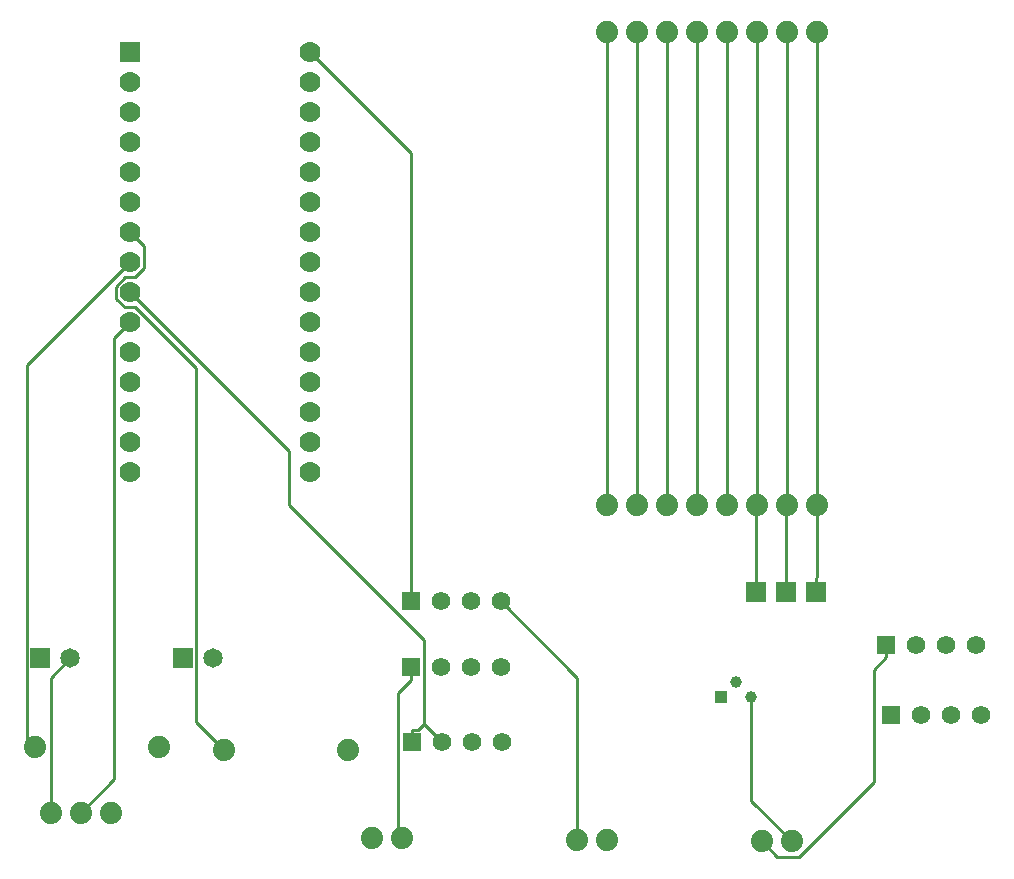
<source format=gbl>
G04 Layer: BottomLayer*
G04 EasyEDA v6.3.22, 2020-03-08T18:10:28+01:00*
G04 ad07acf79a374764822efb46aa97c54e,8b17585b6d3b4194b9f3377f08818917,10*
G04 Gerber Generator version 0.2*
G04 Scale: 100 percent, Rotated: No, Reflected: No *
G04 Dimensions in inches *
G04 leading zeros omitted , absolute positions ,2 integer and 4 decimal *
%FSLAX24Y24*%
%MOIN*%
G90*
G70D02*

%ADD10C,0.010000*%
%ADD11C,0.074000*%
%ADD12R,0.062000X0.062000*%
%ADD13C,0.062000*%
%ADD14R,0.070000X0.070000*%
%ADD15C,0.070000*%
%ADD16C,0.039370*%
%ADD17R,0.039370X0.039370*%
%ADD18R,0.065000X0.065000*%
%ADD19C,0.065000*%

%LPD*%
G54D10*
G01X24900Y6700D02*
G01X24900Y3250D01*
G01X26250Y1900D01*
G01X2550Y2850D02*
G01X3661Y3961D01*
G01X3661Y18661D01*
G01X4200Y19200D01*
G01X13993Y5807D02*
G01X13806Y5621D01*
G01X13600Y5621D01*
G01X4200Y20200D02*
G01X9485Y14913D01*
G01X9485Y13121D01*
G01X13993Y8615D01*
G01X13993Y5807D01*
G01X13993Y5807D02*
G01X14600Y5200D01*
G01X13600Y5200D02*
G01X13600Y5621D01*
G01X13250Y2000D02*
G01X13128Y2121D01*
G01X13128Y6857D01*
G01X13550Y7278D01*
G01X13550Y7700D02*
G01X13550Y7278D01*
G01X2200Y8000D02*
G01X1550Y7350D01*
G01X1550Y2850D01*
G01X25250Y1900D02*
G01X25759Y1390D01*
G01X26500Y1390D01*
G01X28978Y3869D01*
G01X28978Y7607D01*
G01X29400Y8028D01*
G01X29400Y8450D02*
G01X29400Y8028D01*
G01X19100Y1950D02*
G01X19100Y7350D01*
G01X16550Y9900D01*
G01X10200Y28200D02*
G01X13550Y24850D01*
G01X13550Y9900D01*
G01X4200Y22200D02*
G01X4660Y21738D01*
G01X4660Y20996D01*
G01X4363Y20700D01*
G01X4036Y20700D01*
G01X3730Y20392D01*
G01X3730Y19980D01*
G01X4009Y19700D01*
G01X4357Y19700D01*
G01X6393Y17663D01*
G01X6393Y5890D01*
G01X7332Y4950D01*
G01X1032Y5050D02*
G01X763Y5319D01*
G01X763Y17763D01*
G01X4200Y21200D01*
G01X27050Y10661D02*
G01X27096Y10707D01*
G01X27096Y13100D01*
G01X27050Y10200D02*
G01X27050Y10661D01*
G01X27096Y28878D02*
G01X27096Y13100D01*
G01X26050Y10200D02*
G01X26050Y13053D01*
G01X26096Y13100D01*
G01X26096Y28878D02*
G01X26096Y13100D01*
G01X25050Y10200D02*
G01X25050Y13053D01*
G01X25096Y13100D01*
G01X25096Y28878D02*
G01X25096Y13100D01*
G01X24096Y28878D02*
G01X24096Y13100D01*
G01X23096Y28878D02*
G01X23096Y13100D01*
G01X22096Y28878D02*
G01X22096Y13100D01*
G01X21096Y28878D02*
G01X21096Y13100D01*
G01X20096Y28878D02*
G01X20096Y13100D01*
G01X20096Y28878D02*
G01X20096Y13100D01*
G54D11*
G01X20096Y13100D03*
G01X21096Y13100D03*
G01X22096Y13100D03*
G01X23096Y13100D03*
G01X24096Y13100D03*
G01X25096Y13100D03*
G01X26096Y13100D03*
G01X27096Y13100D03*
G01X20096Y28879D03*
G01X21096Y28879D03*
G01X22096Y28879D03*
G01X23096Y28879D03*
G01X24096Y28879D03*
G01X25096Y28879D03*
G01X26096Y28879D03*
G01X27096Y28879D03*
G01X1033Y5050D03*
G01X5166Y5050D03*
G01X7333Y4950D03*
G01X11466Y4950D03*
G54D12*
G01X13550Y9900D03*
G54D13*
G01X14550Y9900D03*
G01X15550Y9900D03*
G01X16550Y9900D03*
G54D12*
G01X29400Y8450D03*
G54D13*
G01X30400Y8450D03*
G01X31400Y8450D03*
G01X32400Y8450D03*
G54D12*
G01X29550Y6100D03*
G54D13*
G01X30550Y6100D03*
G01X31550Y6100D03*
G01X32550Y6100D03*
G54D12*
G01X13550Y7700D03*
G54D13*
G01X14550Y7700D03*
G01X15550Y7700D03*
G01X16550Y7700D03*
G54D12*
G01X13600Y5200D03*
G54D13*
G01X14600Y5200D03*
G01X15600Y5200D03*
G01X16600Y5200D03*
G54D14*
G01X27050Y10200D03*
G01X26050Y10200D03*
G01X25050Y10200D03*
G01X4200Y28200D03*
G54D15*
G01X4200Y27200D03*
G01X4200Y26200D03*
G01X4200Y25200D03*
G01X4200Y24200D03*
G01X4200Y23200D03*
G01X4200Y22200D03*
G01X4200Y21200D03*
G01X4200Y20200D03*
G01X4200Y19200D03*
G01X4200Y18200D03*
G01X4200Y17200D03*
G01X4200Y16200D03*
G01X4200Y15200D03*
G01X4200Y14200D03*
G01X10200Y28200D03*
G01X10200Y27200D03*
G01X10200Y26200D03*
G01X10200Y25200D03*
G01X10200Y24200D03*
G01X10200Y23200D03*
G01X10200Y22200D03*
G01X10200Y21200D03*
G01X10200Y20200D03*
G01X10200Y19200D03*
G01X10200Y18200D03*
G01X10200Y17200D03*
G01X10200Y16200D03*
G01X10200Y15200D03*
G01X10200Y14200D03*
G54D11*
G01X19100Y1950D03*
G01X20100Y1950D03*
G01X12250Y2000D03*
G01X13250Y2000D03*
G01X25250Y1900D03*
G01X26250Y1900D03*
G54D16*
G01X24400Y7200D03*
G01X24900Y6700D03*
G54D17*
G01X23900Y6700D03*
G54D11*
G01X1550Y2850D03*
G01X2550Y2850D03*
G01X3550Y2850D03*
G54D18*
G01X1200Y8000D03*
G54D19*
G01X2200Y8000D03*
G54D18*
G01X5950Y8000D03*
G54D19*
G01X6950Y8000D03*
M00*
M02*

</source>
